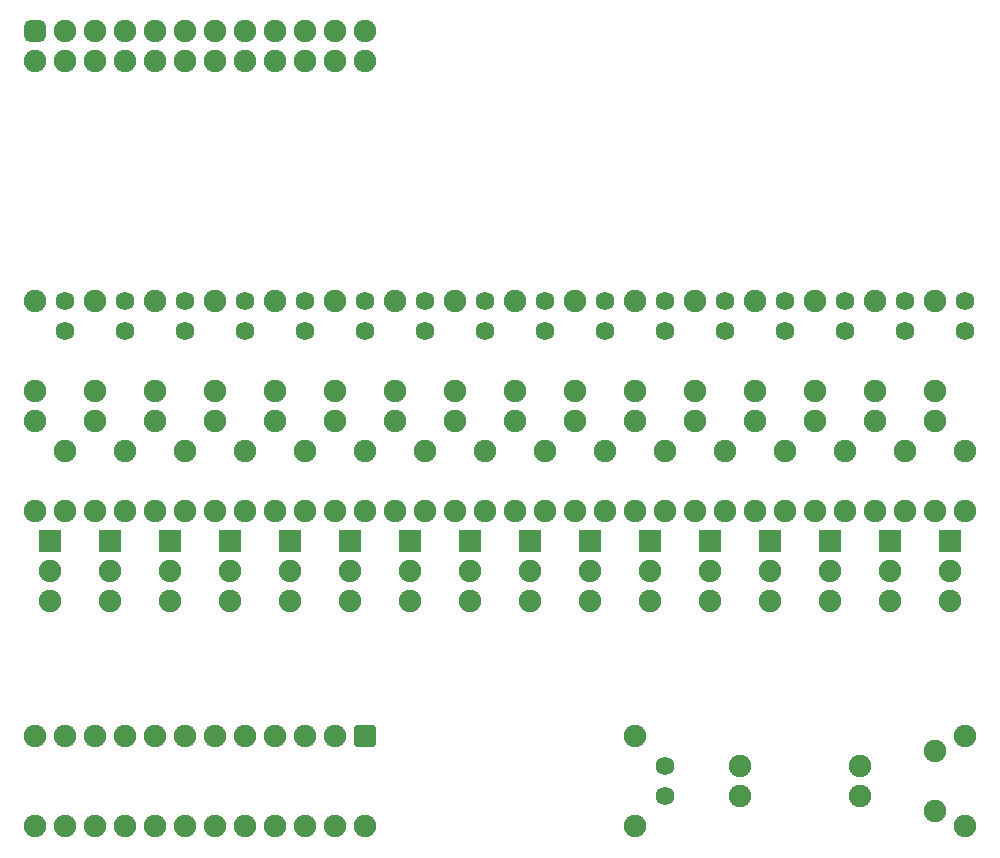
<source format=gbr>
%TF.GenerationSoftware,KiCad,Pcbnew,(6.0.0)*%
%TF.CreationDate,2023-06-08T10:55:53-04:00*%
%TF.ProjectId,INPUT,494e5055-542e-46b6-9963-61645f706362,rev?*%
%TF.SameCoordinates,Original*%
%TF.FileFunction,Soldermask,Bot*%
%TF.FilePolarity,Negative*%
%FSLAX46Y46*%
G04 Gerber Fmt 4.6, Leading zero omitted, Abs format (unit mm)*
G04 Created by KiCad (PCBNEW (6.0.0)) date 2023-06-08 10:55:53*
%MOMM*%
%LPD*%
G01*
G04 APERTURE LIST*
G04 Aperture macros list*
%AMRoundRect*
0 Rectangle with rounded corners*
0 $1 Rounding radius*
0 $2 $3 $4 $5 $6 $7 $8 $9 X,Y pos of 4 corners*
0 Add a 4 corners polygon primitive as box body*
4,1,4,$2,$3,$4,$5,$6,$7,$8,$9,$2,$3,0*
0 Add four circle primitives for the rounded corners*
1,1,$1+$1,$2,$3*
1,1,$1+$1,$4,$5*
1,1,$1+$1,$6,$7*
1,1,$1+$1,$8,$9*
0 Add four rect primitives between the rounded corners*
20,1,$1+$1,$2,$3,$4,$5,0*
20,1,$1+$1,$4,$5,$6,$7,0*
20,1,$1+$1,$6,$7,$8,$9,0*
20,1,$1+$1,$8,$9,$2,$3,0*%
G04 Aperture macros list end*
%ADD10C,1.905000*%
%ADD11C,1.587500*%
%ADD12R,1.905000X1.905000*%
%ADD13RoundRect,0.635000X0.317500X-0.317500X0.317500X0.317500X-0.317500X0.317500X-0.317500X-0.317500X0*%
%ADD14RoundRect,0.381000X-0.571500X0.571500X-0.571500X-0.571500X0.571500X-0.571500X0.571500X0.571500X0*%
G04 APERTURE END LIST*
D10*
%TO.C,R20*%
X57150000Y-95250000D03*
X57150000Y-87630000D03*
%TD*%
%TO.C,C4*%
X59690000Y-90170000D03*
X59690000Y-95250000D03*
%TD*%
%TO.C,D16*%
X115570000Y-121920000D03*
X115570000Y-114300000D03*
%TD*%
%TO.C,R5*%
X62230000Y-77470000D03*
X62230000Y-85090000D03*
%TD*%
%TO.C,R32*%
X87630000Y-121920000D03*
X87630000Y-114300000D03*
%TD*%
D11*
%TO.C,D17*%
X90170000Y-116840000D03*
X90170000Y-119380000D03*
%TD*%
D10*
%TO.C,R9*%
X82550000Y-77470000D03*
X82550000Y-85090000D03*
%TD*%
D11*
%TO.C,D4*%
X59690000Y-80010000D03*
X59690000Y-77470000D03*
%TD*%
%TO.C,D15*%
X115570000Y-80010000D03*
X115570000Y-77470000D03*
%TD*%
D10*
%TO.C,R1*%
X41910000Y-77470000D03*
X41910000Y-85090000D03*
%TD*%
%TO.C,R24*%
X77470000Y-95250000D03*
X77470000Y-87630000D03*
%TD*%
D12*
%TO.C,T8*%
X78740000Y-97790000D03*
D10*
X78740000Y-100330000D03*
X78740000Y-102870000D03*
%TD*%
D11*
%TO.C,D10*%
X90170000Y-80010000D03*
X90170000Y-77470000D03*
%TD*%
D10*
%TO.C,C2*%
X49530000Y-90170000D03*
X49530000Y-95250000D03*
%TD*%
%TO.C,R25*%
X82550000Y-95250000D03*
X82550000Y-87630000D03*
%TD*%
%TO.C,C5*%
X64770000Y-90170000D03*
X64770000Y-95250000D03*
%TD*%
%TO.C,C11*%
X95250000Y-90170000D03*
X95250000Y-95250000D03*
%TD*%
%TO.C,C13*%
X105410000Y-90170000D03*
X105410000Y-95250000D03*
%TD*%
%TO.C,R3*%
X52070000Y-77470000D03*
X52070000Y-85090000D03*
%TD*%
D12*
%TO.C,T0*%
X38100000Y-97790000D03*
D10*
X38100000Y-100330000D03*
X38100000Y-102870000D03*
%TD*%
%TO.C,R15*%
X113030000Y-77470000D03*
X113030000Y-85090000D03*
%TD*%
D11*
%TO.C,D6*%
X69850000Y-80010000D03*
X69850000Y-77470000D03*
%TD*%
D10*
%TO.C,R21*%
X62230000Y-95250000D03*
X62230000Y-87630000D03*
%TD*%
%TO.C,R4*%
X57150000Y-77470000D03*
X57150000Y-85090000D03*
%TD*%
D12*
%TO.C,T6*%
X68580000Y-97790000D03*
D10*
X68580000Y-100330000D03*
X68580000Y-102870000D03*
%TD*%
D12*
%TO.C,T12*%
X99060000Y-97790000D03*
D10*
X99060000Y-100330000D03*
X99060000Y-102870000D03*
%TD*%
D11*
%TO.C,D5*%
X64770000Y-80010000D03*
X64770000Y-77470000D03*
%TD*%
D12*
%TO.C,T1*%
X43180000Y-97790000D03*
D10*
X43180000Y-100330000D03*
X43180000Y-102870000D03*
%TD*%
%TO.C,R22*%
X67310000Y-95250000D03*
X67310000Y-87630000D03*
%TD*%
%TO.C,C6*%
X69850000Y-90170000D03*
X69850000Y-95250000D03*
%TD*%
D12*
%TO.C,T10*%
X88900000Y-97790000D03*
D10*
X88900000Y-100330000D03*
X88900000Y-102870000D03*
%TD*%
%TO.C,R18*%
X46990000Y-95250000D03*
X46990000Y-87630000D03*
%TD*%
D11*
%TO.C,D3*%
X54610000Y-80010000D03*
X54610000Y-77470000D03*
%TD*%
D10*
%TO.C,C18*%
X113030000Y-120650000D03*
X113030000Y-115570000D03*
%TD*%
D12*
%TO.C,T5*%
X63500000Y-97790000D03*
D10*
X63500000Y-100330000D03*
X63500000Y-102870000D03*
%TD*%
%TO.C,R0*%
X36830000Y-77470000D03*
X36830000Y-85090000D03*
%TD*%
%TO.C,C16*%
X106680000Y-119380000D03*
X106680000Y-116840000D03*
%TD*%
%TO.C,R31*%
X113030000Y-95250000D03*
X113030000Y-87630000D03*
%TD*%
%TO.C,R14*%
X107950000Y-77470000D03*
X107950000Y-85090000D03*
%TD*%
D11*
%TO.C,D1*%
X44450000Y-80010000D03*
X44450000Y-77470000D03*
%TD*%
%TO.C,D7*%
X74930000Y-80010000D03*
X74930000Y-77470000D03*
%TD*%
D10*
%TO.C,R29*%
X102870000Y-95250000D03*
X102870000Y-87630000D03*
%TD*%
D12*
%TO.C,T4*%
X58420000Y-97790000D03*
D10*
X58420000Y-100330000D03*
X58420000Y-102870000D03*
%TD*%
D12*
%TO.C,T7*%
X73660000Y-97790000D03*
D10*
X73660000Y-100330000D03*
X73660000Y-102870000D03*
%TD*%
D13*
%TO.C,H0*%
X36830000Y-54610000D03*
D10*
X36830000Y-57150000D03*
X39370000Y-54610000D03*
X39370000Y-57150000D03*
X41910000Y-54610000D03*
X41910000Y-57150000D03*
X44450000Y-54610000D03*
X44450000Y-57150000D03*
X46990000Y-54610000D03*
X46990000Y-57150000D03*
X49530000Y-54610000D03*
X49530000Y-57150000D03*
X52070000Y-54610000D03*
X52070000Y-57150000D03*
X54610000Y-54610000D03*
X54610000Y-57150000D03*
X57150000Y-54610000D03*
X57150000Y-57150000D03*
X59690000Y-54610000D03*
X59690000Y-57150000D03*
X62230000Y-54610000D03*
X62230000Y-57150000D03*
X64770000Y-54610000D03*
X64770000Y-57150000D03*
%TD*%
%TO.C,R30*%
X107950000Y-95250000D03*
X107950000Y-87630000D03*
%TD*%
%TO.C,C15*%
X115570000Y-90170000D03*
X115570000Y-95250000D03*
%TD*%
%TO.C,R17*%
X41910000Y-95250000D03*
X41910000Y-87630000D03*
%TD*%
%TO.C,C12*%
X100330000Y-90170000D03*
X100330000Y-95250000D03*
%TD*%
%TO.C,R2*%
X46990000Y-77470000D03*
X46990000Y-85090000D03*
%TD*%
D12*
%TO.C,T13*%
X104140000Y-97790000D03*
D10*
X104140000Y-100330000D03*
X104140000Y-102870000D03*
%TD*%
D11*
%TO.C,D12*%
X100330000Y-80010000D03*
X100330000Y-77470000D03*
%TD*%
%TO.C,D13*%
X105410000Y-80010000D03*
X105410000Y-77470000D03*
%TD*%
D12*
%TO.C,T9*%
X83820000Y-97790000D03*
D10*
X83820000Y-100330000D03*
X83820000Y-102870000D03*
%TD*%
%TO.C,R26*%
X87630000Y-95250000D03*
X87630000Y-87630000D03*
%TD*%
D12*
%TO.C,T2*%
X48260000Y-97790000D03*
D10*
X48260000Y-100330000D03*
X48260000Y-102870000D03*
%TD*%
%TO.C,R23*%
X72390000Y-95250000D03*
X72390000Y-87630000D03*
%TD*%
D12*
%TO.C,T11*%
X93980000Y-97790000D03*
D10*
X93980000Y-100330000D03*
X93980000Y-102870000D03*
%TD*%
%TO.C,R16*%
X36830000Y-95250000D03*
X36830000Y-87630000D03*
%TD*%
%TO.C,C14*%
X110490000Y-90170000D03*
X110490000Y-95250000D03*
%TD*%
D11*
%TO.C,D8*%
X80010000Y-80010000D03*
X80010000Y-77470000D03*
%TD*%
D12*
%TO.C,T3*%
X53340000Y-97790000D03*
D10*
X53340000Y-100330000D03*
X53340000Y-102870000D03*
%TD*%
D11*
%TO.C,D2*%
X49530000Y-80010000D03*
X49530000Y-77470000D03*
%TD*%
D12*
%TO.C,T15*%
X114300000Y-97790000D03*
D10*
X114300000Y-100330000D03*
X114300000Y-102870000D03*
%TD*%
%TO.C,C17*%
X96520000Y-119380000D03*
X96520000Y-116840000D03*
%TD*%
D12*
%TO.C,T14*%
X109220000Y-97790000D03*
D10*
X109220000Y-100330000D03*
X109220000Y-102870000D03*
%TD*%
%TO.C,R8*%
X77470000Y-77470000D03*
X77470000Y-85090000D03*
%TD*%
%TO.C,R6*%
X67310000Y-77470000D03*
X67310000Y-85090000D03*
%TD*%
%TO.C,R27*%
X92710000Y-95250000D03*
X92710000Y-87630000D03*
%TD*%
%TO.C,R12*%
X97790000Y-77470000D03*
X97790000Y-85090000D03*
%TD*%
%TO.C,C7*%
X74930000Y-90170000D03*
X74930000Y-95250000D03*
%TD*%
%TO.C,C0*%
X39370000Y-90170000D03*
X39370000Y-95250000D03*
%TD*%
%TO.C,C1*%
X44450000Y-90170000D03*
X44450000Y-95250000D03*
%TD*%
%TO.C,C10*%
X90170000Y-90170000D03*
X90170000Y-95250000D03*
%TD*%
D14*
%TO.C,IC0*%
X64770000Y-114300000D03*
D10*
X62230000Y-114300000D03*
X59690000Y-114300000D03*
X57150000Y-114300000D03*
X54610000Y-114300000D03*
X52070000Y-114300000D03*
X49530000Y-114300000D03*
X46990000Y-114300000D03*
X44450000Y-114300000D03*
X41910000Y-114300000D03*
X39370000Y-114300000D03*
X36830000Y-114300000D03*
X36830000Y-121920000D03*
X39370000Y-121920000D03*
X41910000Y-121920000D03*
X44450000Y-121920000D03*
X46990000Y-121920000D03*
X49530000Y-121920000D03*
X52070000Y-121920000D03*
X54610000Y-121920000D03*
X57150000Y-121920000D03*
X59690000Y-121920000D03*
X62230000Y-121920000D03*
X64770000Y-121920000D03*
%TD*%
%TO.C,C8*%
X80010000Y-90170000D03*
X80010000Y-95250000D03*
%TD*%
%TO.C,R19*%
X52070000Y-95250000D03*
X52070000Y-87630000D03*
%TD*%
D11*
%TO.C,D14*%
X110490000Y-80010000D03*
X110490000Y-77470000D03*
%TD*%
D10*
%TO.C,R13*%
X102870000Y-77470000D03*
X102870000Y-85090000D03*
%TD*%
%TO.C,C3*%
X54610000Y-90170000D03*
X54610000Y-95250000D03*
%TD*%
%TO.C,R28*%
X97790000Y-95250000D03*
X97790000Y-87630000D03*
%TD*%
D11*
%TO.C,D9*%
X85090000Y-80010000D03*
X85090000Y-77470000D03*
%TD*%
D10*
%TO.C,C9*%
X85090000Y-90170000D03*
X85090000Y-95250000D03*
%TD*%
%TO.C,R11*%
X92710000Y-77470000D03*
X92710000Y-85090000D03*
%TD*%
D11*
%TO.C,D0*%
X39370000Y-80010000D03*
X39370000Y-77470000D03*
%TD*%
D10*
%TO.C,R10*%
X87630000Y-77470000D03*
X87630000Y-85090000D03*
%TD*%
%TO.C,R7*%
X72390000Y-77470000D03*
X72390000Y-85090000D03*
%TD*%
D11*
%TO.C,D11*%
X95250000Y-80010000D03*
X95250000Y-77470000D03*
%TD*%
M02*

</source>
